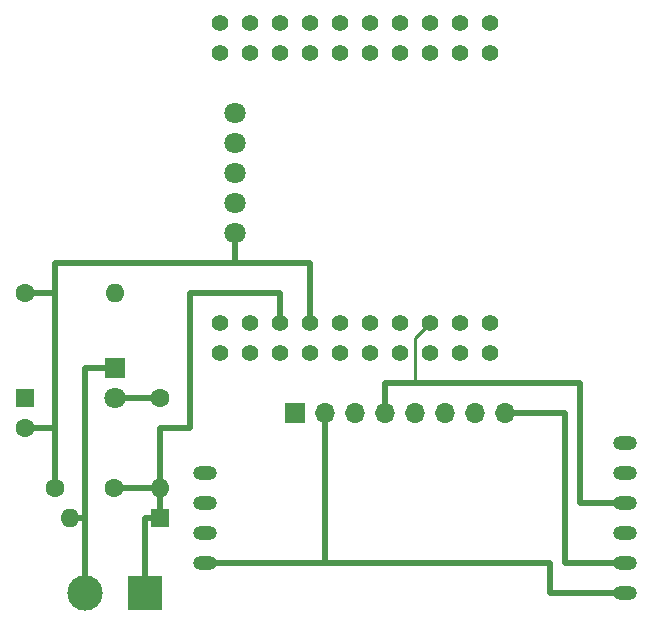
<source format=gbl>
G04 #@! TF.GenerationSoftware,KiCad,Pcbnew,(5.1.12)-1*
G04 #@! TF.CreationDate,2021-12-10T17:41:23+01:00*
G04 #@! TF.ProjectId,EmlaLockSafe_Controller_BoardV2,456d6c61-4c6f-4636-9b53-6166655f436f,rev?*
G04 #@! TF.SameCoordinates,Original*
G04 #@! TF.FileFunction,Copper,L2,Bot*
G04 #@! TF.FilePolarity,Positive*
%FSLAX46Y46*%
G04 Gerber Fmt 4.6, Leading zero omitted, Abs format (unit mm)*
G04 Created by KiCad (PCBNEW (5.1.12)-1) date 2021-12-10 17:41:23*
%MOMM*%
%LPD*%
G01*
G04 APERTURE LIST*
G04 #@! TA.AperFunction,ComponentPad*
%ADD10C,1.800000*%
G04 #@! TD*
G04 #@! TA.AperFunction,ComponentPad*
%ADD11C,1.400000*%
G04 #@! TD*
G04 #@! TA.AperFunction,ComponentPad*
%ADD12O,2.000000X1.200000*%
G04 #@! TD*
G04 #@! TA.AperFunction,ComponentPad*
%ADD13O,1.600000X1.600000*%
G04 #@! TD*
G04 #@! TA.AperFunction,ComponentPad*
%ADD14C,1.600000*%
G04 #@! TD*
G04 #@! TA.AperFunction,ComponentPad*
%ADD15O,1.700000X1.700000*%
G04 #@! TD*
G04 #@! TA.AperFunction,ComponentPad*
%ADD16R,1.700000X1.700000*%
G04 #@! TD*
G04 #@! TA.AperFunction,ComponentPad*
%ADD17R,1.800000X1.800000*%
G04 #@! TD*
G04 #@! TA.AperFunction,ComponentPad*
%ADD18R,1.600000X1.600000*%
G04 #@! TD*
G04 #@! TA.AperFunction,ComponentPad*
%ADD19C,3.000000*%
G04 #@! TD*
G04 #@! TA.AperFunction,ComponentPad*
%ADD20R,3.000000X3.000000*%
G04 #@! TD*
G04 #@! TA.AperFunction,Conductor*
%ADD21C,0.500000*%
G04 #@! TD*
G04 #@! TA.AperFunction,Conductor*
%ADD22C,0.250000*%
G04 #@! TD*
G04 APERTURE END LIST*
D10*
X35560000Y-33020000D03*
X35560000Y-30480000D03*
X35560000Y-27940000D03*
X35560000Y-25400000D03*
X35560000Y-22860000D03*
D11*
X57150000Y-17780000D03*
X57150000Y-15240000D03*
X54610000Y-15240000D03*
X54610000Y-17780000D03*
X52070000Y-15240000D03*
X52070000Y-17780000D03*
X49530000Y-15240000D03*
X49530000Y-17780000D03*
X46990000Y-15240000D03*
X46990000Y-17780000D03*
X44450000Y-15240000D03*
X44450000Y-17780000D03*
X41910000Y-15240000D03*
X41910000Y-17780000D03*
X39370000Y-15240000D03*
X39370000Y-17780000D03*
X36830000Y-15240000D03*
X36830000Y-17780000D03*
X34290000Y-15240000D03*
X34290000Y-17780000D03*
X57150000Y-40640000D03*
X57150000Y-43180000D03*
X54610000Y-40640000D03*
X54610000Y-43180000D03*
X52070000Y-40640000D03*
X52070000Y-43180000D03*
X49530000Y-40640000D03*
X49530000Y-43180000D03*
X46990000Y-40640000D03*
X46990000Y-43180000D03*
X44450000Y-40640000D03*
X44450000Y-43180000D03*
X41910000Y-40640000D03*
X41910000Y-43180000D03*
X39370000Y-40640000D03*
X39370000Y-43180000D03*
X36830000Y-40640000D03*
X36830000Y-43180000D03*
X34290000Y-40640000D03*
X34290000Y-43180000D03*
D12*
X33020000Y-60960000D03*
X33020000Y-58420000D03*
X33020000Y-55880000D03*
X33020000Y-53340000D03*
X68580000Y-63500000D03*
X68580000Y-60960000D03*
X68580000Y-58420000D03*
X68580000Y-55880000D03*
X68580000Y-53340000D03*
X68580000Y-50800000D03*
D13*
X29210000Y-54610000D03*
D14*
X29210000Y-46990000D03*
D15*
X58420000Y-48260000D03*
X55880000Y-48260000D03*
X53340000Y-48260000D03*
X50800000Y-48260000D03*
X48260000Y-48260000D03*
X45720000Y-48260000D03*
X43180000Y-48260000D03*
D16*
X40640000Y-48260000D03*
D10*
X25400000Y-46990000D03*
D17*
X25400000Y-44450000D03*
D13*
X21590000Y-57150000D03*
D18*
X29210000Y-57150000D03*
D19*
X22860000Y-63500000D03*
D20*
X27940000Y-63500000D03*
D13*
X25400000Y-38100000D03*
D14*
X17780000Y-38100000D03*
X17780000Y-49490000D03*
D18*
X17780000Y-46990000D03*
D14*
X20320000Y-54610000D03*
X25320000Y-54610000D03*
D21*
X20320000Y-54610000D02*
X20320000Y-52030000D01*
X17780000Y-49490000D02*
X20280000Y-49490000D01*
X20280000Y-49490000D02*
X20320000Y-49450000D01*
X43180000Y-48260000D02*
X43180000Y-60960000D01*
X43180000Y-60960000D02*
X33020000Y-60960000D01*
X43180000Y-60960000D02*
X62230000Y-60960000D01*
X62230000Y-60960000D02*
X62230000Y-63500000D01*
X62230000Y-63500000D02*
X68580000Y-63500000D01*
X20320000Y-52030000D02*
X20320000Y-49450000D01*
X20320000Y-38100000D02*
X17780000Y-38100000D01*
X20320000Y-49450000D02*
X20320000Y-38100000D01*
X41910000Y-40640000D02*
X41910000Y-35560000D01*
X41910000Y-35560000D02*
X20320000Y-35560000D01*
X20320000Y-35560000D02*
X20320000Y-38100000D01*
X35560000Y-33020000D02*
X35560000Y-35560000D01*
X27940000Y-63500000D02*
X27940000Y-57150000D01*
X27940000Y-57150000D02*
X29210000Y-57150000D01*
X29210000Y-57150000D02*
X29210000Y-54610000D01*
X25320000Y-54610000D02*
X29210000Y-54610000D01*
X31750000Y-38100000D02*
X39370000Y-38100000D01*
X31750000Y-49530000D02*
X31750000Y-38100000D01*
X29210000Y-49530000D02*
X31750000Y-49530000D01*
X39370000Y-38100000D02*
X39370000Y-40640000D01*
X29210000Y-54610000D02*
X29210000Y-49530000D01*
X22860000Y-63500000D02*
X22860000Y-57150000D01*
X21590000Y-57150000D02*
X22860000Y-57150000D01*
X22860000Y-44450000D02*
X25400000Y-44450000D01*
X22860000Y-57150000D02*
X22860000Y-44450000D01*
X25400000Y-46990000D02*
X29210000Y-46990000D01*
X63500000Y-60960000D02*
X68580000Y-60960000D01*
X63500000Y-48260000D02*
X63500000Y-60960000D01*
X58420000Y-48260000D02*
X63500000Y-48260000D01*
X68580000Y-55880000D02*
X64770000Y-55880000D01*
X48260000Y-48260000D02*
X48260000Y-45720000D01*
X48260000Y-45720000D02*
X64770000Y-45720000D01*
X64770000Y-55880000D02*
X64770000Y-45720000D01*
D22*
X52070000Y-40640000D02*
X50800000Y-41910000D01*
X50800000Y-41910000D02*
X50800000Y-45720000D01*
M02*

</source>
